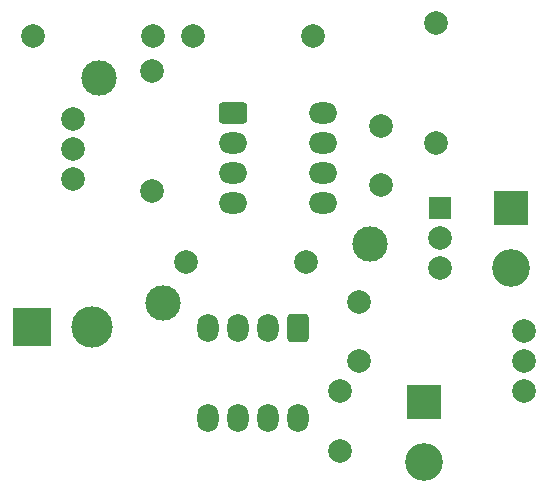
<source format=gbr>
%TF.GenerationSoftware,KiCad,Pcbnew,9.0.4*%
%TF.CreationDate,2025-10-31T21:20:50-03:00*%
%TF.ProjectId,cuarto_check_oscilador,63756172-746f-45f6-9368-65636b5f6f73,rev?*%
%TF.SameCoordinates,Original*%
%TF.FileFunction,Copper,L1,Top*%
%TF.FilePolarity,Positive*%
%FSLAX46Y46*%
G04 Gerber Fmt 4.6, Leading zero omitted, Abs format (unit mm)*
G04 Created by KiCad (PCBNEW 9.0.4) date 2025-10-31 21:20:50*
%MOMM*%
%LPD*%
G01*
G04 APERTURE LIST*
G04 Aperture macros list*
%AMRoundRect*
0 Rectangle with rounded corners*
0 $1 Rounding radius*
0 $2 $3 $4 $5 $6 $7 $8 $9 X,Y pos of 4 corners*
0 Add a 4 corners polygon primitive as box body*
4,1,4,$2,$3,$4,$5,$6,$7,$8,$9,$2,$3,0*
0 Add four circle primitives for the rounded corners*
1,1,$1+$1,$2,$3*
1,1,$1+$1,$4,$5*
1,1,$1+$1,$6,$7*
1,1,$1+$1,$8,$9*
0 Add four rect primitives between the rounded corners*
20,1,$1+$1,$2,$3,$4,$5,0*
20,1,$1+$1,$4,$5,$6,$7,0*
20,1,$1+$1,$6,$7,$8,$9,0*
20,1,$1+$1,$8,$9,$2,$3,0*%
G04 Aperture macros list end*
%TA.AperFunction,ComponentPad*%
%ADD10C,2.000000*%
%TD*%
%TA.AperFunction,ComponentPad*%
%ADD11R,3.000000X3.000000*%
%TD*%
%TA.AperFunction,ComponentPad*%
%ADD12C,3.200000*%
%TD*%
%TA.AperFunction,ComponentPad*%
%ADD13C,3.000000*%
%TD*%
%TA.AperFunction,ComponentPad*%
%ADD14R,1.900000X1.900000*%
%TD*%
%TA.AperFunction,ComponentPad*%
%ADD15RoundRect,0.281250X-0.918750X-0.618750X0.918750X-0.618750X0.918750X0.618750X-0.918750X0.618750X0*%
%TD*%
%TA.AperFunction,ComponentPad*%
%ADD16O,2.400000X1.800000*%
%TD*%
%TA.AperFunction,ComponentPad*%
%ADD17RoundRect,0.281250X-0.618750X0.918750X-0.618750X-0.918750X0.618750X-0.918750X0.618750X0.918750X0*%
%TD*%
%TA.AperFunction,ComponentPad*%
%ADD18O,1.800000X2.400000*%
%TD*%
%TA.AperFunction,ComponentPad*%
%ADD19R,3.200000X3.200000*%
%TD*%
%TA.AperFunction,ComponentPad*%
%ADD20C,3.500000*%
%TD*%
G04 APERTURE END LIST*
D10*
%TO.P,C3,1*%
%TO.N,GND*%
X83500000Y-70500000D03*
%TO.P,C3,2*%
%TO.N,Vin*%
X83500000Y-65500000D03*
%TD*%
D11*
%TO.P,J2,1,Pin_1*%
%TO.N,Vout*%
X94500000Y-72455000D03*
D12*
%TO.P,J2,2,Pin_2*%
%TO.N,GND*%
X94500000Y-77535000D03*
%TD*%
D10*
%TO.P,RV1,1,1*%
%TO.N,Vin*%
X57410000Y-64960000D03*
%TO.P,RV1,2,2*%
%TO.N,Offset*%
X57410000Y-67500000D03*
%TO.P,RV1,3,3*%
%TO.N,GND*%
X57410000Y-70040000D03*
%TD*%
D13*
%TO.P,TP3,1,1*%
%TO.N,Net-(U1B--)*%
X82500000Y-75500000D03*
%TD*%
D14*
%TO.P,JP1,1,A*%
%TO.N,DCycle*%
X88500000Y-72500000D03*
D10*
%TO.P,JP1,2,C*%
%TO.N,Net-(JP1-C)*%
X88500000Y-75040000D03*
%TO.P,JP1,3,B*%
%TO.N,ExtDCycle*%
X88500000Y-77580000D03*
%TD*%
%TO.P,R3,1*%
%TO.N,Net-(U1A-+)*%
X66920000Y-77000000D03*
%TO.P,R3,2*%
%TO.N,Net-(U1B--)*%
X77080000Y-77000000D03*
%TD*%
D13*
%TO.P,TP2,1,1*%
%TO.N,GND*%
X65000000Y-80500000D03*
%TD*%
D10*
%TO.P,R4,1*%
%TO.N,Net-(R1-Pad2)*%
X64094867Y-60840000D03*
%TO.P,R4,2*%
%TO.N,Net-(U1A-+)*%
X64094867Y-71000000D03*
%TD*%
D15*
%TO.P,U1,1*%
%TO.N,Net-(R1-Pad2)*%
X70974867Y-64420000D03*
D16*
%TO.P,U1,2,-*%
%TO.N,Offset*%
X70974867Y-66960000D03*
%TO.P,U1,3,+*%
%TO.N,Net-(U1A-+)*%
X70974867Y-69500000D03*
%TO.P,U1,4,V-*%
%TO.N,GND*%
X70974867Y-72040000D03*
%TO.P,U1,5,+*%
%TO.N,Net-(JP1-C)*%
X78594867Y-72040000D03*
%TO.P,U1,6,-*%
%TO.N,Net-(U1B--)*%
X78594867Y-69500000D03*
%TO.P,U1,7*%
%TO.N,Vout*%
X78594867Y-66960000D03*
%TO.P,U1,8,V+*%
%TO.N,Vin*%
X78594867Y-64420000D03*
%TD*%
D17*
%TO.P,U2,1*%
%TO.N,Net-(U1B--)*%
X76404867Y-82610000D03*
D18*
%TO.P,U2,2,-*%
%TO.N,Net-(U2A--)*%
X73864867Y-82610000D03*
%TO.P,U2,3,+*%
%TO.N,Offset*%
X71324867Y-82610000D03*
%TO.P,U2,4,V-*%
%TO.N,GND*%
X68784867Y-82610000D03*
%TO.P,U2,5,+*%
X68784867Y-90230000D03*
%TO.P,U2,6,-*%
%TO.N,Net-(U2B--)*%
X71324867Y-90230000D03*
%TO.P,U2,7*%
X73864867Y-90230000D03*
%TO.P,U2,8,V+*%
%TO.N,Vin*%
X76404867Y-90230000D03*
%TD*%
D11*
%TO.P,J3,1,Pin_1*%
%TO.N,ExtDCycle*%
X87094867Y-88920000D03*
D12*
%TO.P,J3,2,Pin_2*%
%TO.N,GND*%
X87094867Y-94000000D03*
%TD*%
D10*
%TO.P,C2,1*%
%TO.N,GND*%
X80000000Y-88000000D03*
%TO.P,C2,2*%
%TO.N,Vin*%
X80000000Y-93000000D03*
%TD*%
D19*
%TO.P,J1,1,Pin_1*%
%TO.N,Vin*%
X53920000Y-82500000D03*
D20*
%TO.P,J1,2,Pin_2*%
%TO.N,GND*%
X59000000Y-82500000D03*
%TD*%
D10*
%TO.P,R1,1*%
%TO.N,Net-(U2A--)*%
X77674867Y-57920000D03*
%TO.P,R1,2*%
%TO.N,Net-(R1-Pad2)*%
X67514867Y-57920000D03*
%TD*%
%TO.P,R5,1*%
%TO.N,Vin*%
X88094867Y-56840000D03*
%TO.P,R5,2*%
%TO.N,Vout*%
X88094867Y-67000000D03*
%TD*%
D13*
%TO.P,TP1,1,1*%
%TO.N,Net-(R1-Pad2)*%
X59594867Y-61420000D03*
%TD*%
D10*
%TO.P,C1,1*%
%TO.N,Net-(U1B--)*%
X81594867Y-80420000D03*
%TO.P,C1,2*%
%TO.N,Net-(U2A--)*%
X81594867Y-85420000D03*
%TD*%
%TO.P,R2,1*%
%TO.N,Vin*%
X54014867Y-57920000D03*
%TO.P,R2,2*%
%TO.N,Net-(R1-Pad2)*%
X64174867Y-57920000D03*
%TD*%
%TO.P,RV2,1,1*%
%TO.N,Vin*%
X95594867Y-87960000D03*
%TO.P,RV2,2,2*%
%TO.N,DCycle*%
X95594867Y-85420000D03*
%TO.P,RV2,3,3*%
%TO.N,GND*%
X95594867Y-82880000D03*
%TD*%
M02*

</source>
